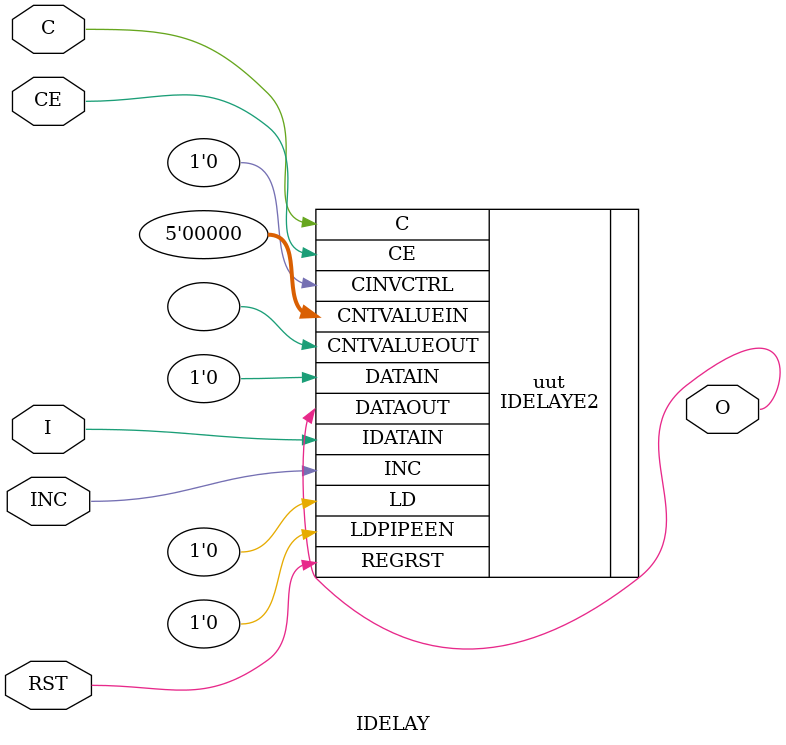
<source format=v>

`timescale  1 ps / 1 ps

module IDELAY (O, C, CE, I, INC, RST);
    
    output O;

    input C;
    input CE;
    input I;
    input INC;
    input RST;

    parameter IOBDELAY_TYPE = "DEFAULT";    
    parameter integer IOBDELAY_VALUE = 0;
    
    localparam IOBDELAY_TYPE_V7 = (IOBDELAY_TYPE == "DEFAULT")? "FIXED" : IOBDELAY_TYPE;

//--------------------------------------------------------    
//------------- IDELAYE2 --------------------------------    
//--------------------------------------------------------    
    
    IDELAYE2     #( // attributes
                 .CINVCTRL_SEL("FALSE"),
                 .DELAY_SRC("IDATAIN"),
                 .HIGH_PERFORMANCE_MODE("TRUE"),
                 .IDELAY_TYPE(IOBDELAY_TYPE_V7),
                 .IDELAY_VALUE(IOBDELAY_VALUE),
                 .PIPE_SEL("FALSE"),
                 .REFCLK_FREQUENCY(200.0),
                 .SIGNAL_PATTERN("DATA")

               )
             uut
               ( // outputs
                 .CNTVALUEOUT(),
                 .DATAOUT(O),

                 // inputs
                 .C(C),
                 .CE(CE),
                 .CINVCTRL(1'b0),
                 .CNTVALUEIN(5'b0),
                 .DATAIN(1'b0),
                 .IDATAIN(I),
                 .INC(INC),
                 .LD(1'b0),
                 .LDPIPEEN(1'b0),
                 .REGRST(RST)
               );

    
endmodule // IDELAY

</source>
